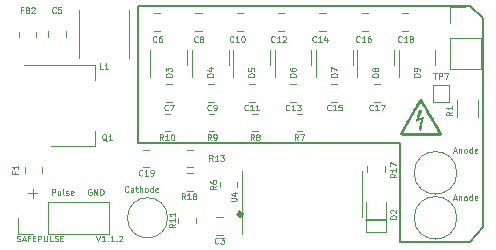
<source format=gto>
G04 #@! TF.GenerationSoftware,KiCad,Pcbnew,5.99.0-unknown-5a0a2a8366~101~ubuntu20.04.1*
G04 #@! TF.CreationDate,2021-02-21T23:03:29+09:00*
G04 #@! TF.ProjectId,OpenHVPS-5,4f70656e-4856-4505-932d-352e6b696361,V1.1*
G04 #@! TF.SameCoordinates,Original*
G04 #@! TF.FileFunction,Legend,Top*
G04 #@! TF.FilePolarity,Positive*
%FSLAX46Y46*%
G04 Gerber Fmt 4.6, Leading zero omitted, Abs format (unit mm)*
G04 Created by KiCad (PCBNEW 5.99.0-unknown-5a0a2a8366~101~ubuntu20.04.1) date 2021-02-21 23:03:29*
%MOMM*%
%LPD*%
G01*
G04 APERTURE LIST*
%ADD10C,0.325000*%
%ADD11C,0.150000*%
%ADD12C,0.075000*%
%ADD13C,0.100000*%
%ADD14C,0.120000*%
G04 APERTURE END LIST*
D10*
X146182500Y-75245000D02*
G75*
G03*
X146182500Y-75245000I-162500J0D01*
G01*
D11*
X137414000Y-69270000D02*
X159560000Y-69270000D01*
X158370000Y-75770000D02*
X156670000Y-75770000D01*
X159560000Y-69270000D02*
X159560000Y-77570000D01*
X159560000Y-77570000D02*
X165471000Y-77580787D01*
X137414000Y-69270000D02*
X137414000Y-57658000D01*
X166597000Y-76300000D02*
X165471000Y-77580787D01*
X166604000Y-58658000D02*
X166597000Y-76300000D01*
X165520000Y-57658000D02*
X137414000Y-57658000D01*
X165520000Y-57658000D02*
X166604000Y-58658000D01*
D12*
X127095809Y-77545380D02*
X127167238Y-77569190D01*
X127286285Y-77569190D01*
X127333904Y-77545380D01*
X127357714Y-77521571D01*
X127381523Y-77473952D01*
X127381523Y-77426333D01*
X127357714Y-77378714D01*
X127333904Y-77354904D01*
X127286285Y-77331095D01*
X127191047Y-77307285D01*
X127143428Y-77283476D01*
X127119619Y-77259666D01*
X127095809Y-77212047D01*
X127095809Y-77164428D01*
X127119619Y-77116809D01*
X127143428Y-77093000D01*
X127191047Y-77069190D01*
X127310095Y-77069190D01*
X127381523Y-77093000D01*
X127572000Y-77426333D02*
X127810095Y-77426333D01*
X127524380Y-77569190D02*
X127691047Y-77069190D01*
X127857714Y-77569190D01*
X128191047Y-77307285D02*
X128024380Y-77307285D01*
X128024380Y-77569190D02*
X128024380Y-77069190D01*
X128262476Y-77069190D01*
X128452952Y-77307285D02*
X128619619Y-77307285D01*
X128691047Y-77569190D02*
X128452952Y-77569190D01*
X128452952Y-77069190D01*
X128691047Y-77069190D01*
X128905333Y-77569190D02*
X128905333Y-77069190D01*
X129095809Y-77069190D01*
X129143428Y-77093000D01*
X129167238Y-77116809D01*
X129191047Y-77164428D01*
X129191047Y-77235857D01*
X129167238Y-77283476D01*
X129143428Y-77307285D01*
X129095809Y-77331095D01*
X128905333Y-77331095D01*
X129405333Y-77069190D02*
X129405333Y-77473952D01*
X129429142Y-77521571D01*
X129452952Y-77545380D01*
X129500571Y-77569190D01*
X129595809Y-77569190D01*
X129643428Y-77545380D01*
X129667238Y-77521571D01*
X129691047Y-77473952D01*
X129691047Y-77069190D01*
X130167238Y-77569190D02*
X129929142Y-77569190D01*
X129929142Y-77069190D01*
X130310095Y-77545380D02*
X130381523Y-77569190D01*
X130500571Y-77569190D01*
X130548190Y-77545380D01*
X130572000Y-77521571D01*
X130595809Y-77473952D01*
X130595809Y-77426333D01*
X130572000Y-77378714D01*
X130548190Y-77354904D01*
X130500571Y-77331095D01*
X130405333Y-77307285D01*
X130357714Y-77283476D01*
X130333904Y-77259666D01*
X130310095Y-77212047D01*
X130310095Y-77164428D01*
X130333904Y-77116809D01*
X130357714Y-77093000D01*
X130405333Y-77069190D01*
X130524380Y-77069190D01*
X130595809Y-77093000D01*
X130810095Y-77307285D02*
X130976761Y-77307285D01*
X131048190Y-77569190D02*
X130810095Y-77569190D01*
X130810095Y-77069190D01*
X131048190Y-77069190D01*
X133857714Y-77069190D02*
X134024380Y-77569190D01*
X134191047Y-77069190D01*
X134619619Y-77569190D02*
X134333904Y-77569190D01*
X134476761Y-77569190D02*
X134476761Y-77069190D01*
X134429142Y-77140619D01*
X134381523Y-77188238D01*
X134333904Y-77212047D01*
X134833904Y-77521571D02*
X134857714Y-77545380D01*
X134833904Y-77569190D01*
X134810095Y-77545380D01*
X134833904Y-77521571D01*
X134833904Y-77569190D01*
X135333904Y-77569190D02*
X135048190Y-77569190D01*
X135191047Y-77569190D02*
X135191047Y-77069190D01*
X135143428Y-77140619D01*
X135095809Y-77188238D01*
X135048190Y-77212047D01*
X135548190Y-77521571D02*
X135572000Y-77545380D01*
X135548190Y-77569190D01*
X135524380Y-77545380D01*
X135548190Y-77521571D01*
X135548190Y-77569190D01*
X135762476Y-77116809D02*
X135786285Y-77093000D01*
X135833904Y-77069190D01*
X135952952Y-77069190D01*
X136000571Y-77093000D01*
X136024380Y-77116809D01*
X136048190Y-77164428D01*
X136048190Y-77212047D01*
X136024380Y-77283476D01*
X135738666Y-77569190D01*
X136048190Y-77569190D01*
D13*
X128079047Y-73471428D02*
X128840952Y-73471428D01*
X128460000Y-73852380D02*
X128460000Y-73090476D01*
X130095238Y-73626190D02*
X130095238Y-73126190D01*
X130285714Y-73126190D01*
X130333333Y-73150000D01*
X130357142Y-73173809D01*
X130380952Y-73221428D01*
X130380952Y-73292857D01*
X130357142Y-73340476D01*
X130333333Y-73364285D01*
X130285714Y-73388095D01*
X130095238Y-73388095D01*
X130809523Y-73292857D02*
X130809523Y-73626190D01*
X130595238Y-73292857D02*
X130595238Y-73554761D01*
X130619047Y-73602380D01*
X130666666Y-73626190D01*
X130738095Y-73626190D01*
X130785714Y-73602380D01*
X130809523Y-73578571D01*
X131119047Y-73626190D02*
X131071428Y-73602380D01*
X131047619Y-73554761D01*
X131047619Y-73126190D01*
X131285714Y-73602380D02*
X131333333Y-73626190D01*
X131428571Y-73626190D01*
X131476190Y-73602380D01*
X131500000Y-73554761D01*
X131500000Y-73530952D01*
X131476190Y-73483333D01*
X131428571Y-73459523D01*
X131357142Y-73459523D01*
X131309523Y-73435714D01*
X131285714Y-73388095D01*
X131285714Y-73364285D01*
X131309523Y-73316666D01*
X131357142Y-73292857D01*
X131428571Y-73292857D01*
X131476190Y-73316666D01*
X131904761Y-73602380D02*
X131857142Y-73626190D01*
X131761904Y-73626190D01*
X131714285Y-73602380D01*
X131690476Y-73554761D01*
X131690476Y-73364285D01*
X131714285Y-73316666D01*
X131761904Y-73292857D01*
X131857142Y-73292857D01*
X131904761Y-73316666D01*
X131928571Y-73364285D01*
X131928571Y-73411904D01*
X131690476Y-73459523D01*
X133413047Y-73150000D02*
X133365428Y-73126190D01*
X133294000Y-73126190D01*
X133222571Y-73150000D01*
X133174952Y-73197619D01*
X133151142Y-73245238D01*
X133127333Y-73340476D01*
X133127333Y-73411904D01*
X133151142Y-73507142D01*
X133174952Y-73554761D01*
X133222571Y-73602380D01*
X133294000Y-73626190D01*
X133341619Y-73626190D01*
X133413047Y-73602380D01*
X133436857Y-73578571D01*
X133436857Y-73411904D01*
X133341619Y-73411904D01*
X133651142Y-73626190D02*
X133651142Y-73126190D01*
X133936857Y-73626190D01*
X133936857Y-73126190D01*
X134174952Y-73626190D02*
X134174952Y-73126190D01*
X134294000Y-73126190D01*
X134365428Y-73150000D01*
X134413047Y-73197619D01*
X134436857Y-73245238D01*
X134460666Y-73340476D01*
X134460666Y-73411904D01*
X134436857Y-73507142D01*
X134413047Y-73554761D01*
X134365428Y-73602380D01*
X134294000Y-73626190D01*
X134174952Y-73626190D01*
D12*
X126964285Y-71667666D02*
X126964285Y-71834333D01*
X127226190Y-71834333D02*
X126726190Y-71834333D01*
X126726190Y-71596238D01*
X127226190Y-71143857D02*
X127226190Y-71429571D01*
X127226190Y-71286714D02*
X126726190Y-71286714D01*
X126797619Y-71334333D01*
X126845238Y-71381952D01*
X126869047Y-71429571D01*
X145448571Y-60630571D02*
X145424761Y-60654380D01*
X145353333Y-60678190D01*
X145305714Y-60678190D01*
X145234285Y-60654380D01*
X145186666Y-60606761D01*
X145162857Y-60559142D01*
X145139047Y-60463904D01*
X145139047Y-60392476D01*
X145162857Y-60297238D01*
X145186666Y-60249619D01*
X145234285Y-60202000D01*
X145305714Y-60178190D01*
X145353333Y-60178190D01*
X145424761Y-60202000D01*
X145448571Y-60225809D01*
X145924761Y-60678190D02*
X145639047Y-60678190D01*
X145781904Y-60678190D02*
X145781904Y-60178190D01*
X145734285Y-60249619D01*
X145686666Y-60297238D01*
X145639047Y-60321047D01*
X146234285Y-60178190D02*
X146281904Y-60178190D01*
X146329523Y-60202000D01*
X146353333Y-60225809D01*
X146377142Y-60273428D01*
X146400952Y-60368666D01*
X146400952Y-60487714D01*
X146377142Y-60582952D01*
X146353333Y-60630571D01*
X146329523Y-60654380D01*
X146281904Y-60678190D01*
X146234285Y-60678190D01*
X146186666Y-60654380D01*
X146162857Y-60630571D01*
X146139047Y-60582952D01*
X146115238Y-60487714D01*
X146115238Y-60368666D01*
X146139047Y-60273428D01*
X146162857Y-60225809D01*
X146186666Y-60202000D01*
X146234285Y-60178190D01*
X164088095Y-69933333D02*
X164326190Y-69933333D01*
X164040476Y-70076190D02*
X164207142Y-69576190D01*
X164373809Y-70076190D01*
X164540476Y-69742857D02*
X164540476Y-70076190D01*
X164540476Y-69790476D02*
X164564285Y-69766666D01*
X164611904Y-69742857D01*
X164683333Y-69742857D01*
X164730952Y-69766666D01*
X164754761Y-69814285D01*
X164754761Y-70076190D01*
X165064285Y-70076190D02*
X165016666Y-70052380D01*
X164992857Y-70028571D01*
X164969047Y-69980952D01*
X164969047Y-69838095D01*
X164992857Y-69790476D01*
X165016666Y-69766666D01*
X165064285Y-69742857D01*
X165135714Y-69742857D01*
X165183333Y-69766666D01*
X165207142Y-69790476D01*
X165230952Y-69838095D01*
X165230952Y-69980952D01*
X165207142Y-70028571D01*
X165183333Y-70052380D01*
X165135714Y-70076190D01*
X165064285Y-70076190D01*
X165659523Y-70076190D02*
X165659523Y-69576190D01*
X165659523Y-70052380D02*
X165611904Y-70076190D01*
X165516666Y-70076190D01*
X165469047Y-70052380D01*
X165445238Y-70028571D01*
X165421428Y-69980952D01*
X165421428Y-69838095D01*
X165445238Y-69790476D01*
X165469047Y-69766666D01*
X165516666Y-69742857D01*
X165611904Y-69742857D01*
X165659523Y-69766666D01*
X166088095Y-70052380D02*
X166040476Y-70076190D01*
X165945238Y-70076190D01*
X165897619Y-70052380D01*
X165873809Y-70004761D01*
X165873809Y-69814285D01*
X165897619Y-69766666D01*
X165945238Y-69742857D01*
X166040476Y-69742857D01*
X166088095Y-69766666D01*
X166111904Y-69814285D01*
X166111904Y-69861904D01*
X165873809Y-69909523D01*
X164088095Y-73934333D02*
X164326190Y-73934333D01*
X164040476Y-74077190D02*
X164207142Y-73577190D01*
X164373809Y-74077190D01*
X164540476Y-73743857D02*
X164540476Y-74077190D01*
X164540476Y-73791476D02*
X164564285Y-73767666D01*
X164611904Y-73743857D01*
X164683333Y-73743857D01*
X164730952Y-73767666D01*
X164754761Y-73815285D01*
X164754761Y-74077190D01*
X165064285Y-74077190D02*
X165016666Y-74053380D01*
X164992857Y-74029571D01*
X164969047Y-73981952D01*
X164969047Y-73839095D01*
X164992857Y-73791476D01*
X165016666Y-73767666D01*
X165064285Y-73743857D01*
X165135714Y-73743857D01*
X165183333Y-73767666D01*
X165207142Y-73791476D01*
X165230952Y-73839095D01*
X165230952Y-73981952D01*
X165207142Y-74029571D01*
X165183333Y-74053380D01*
X165135714Y-74077190D01*
X165064285Y-74077190D01*
X165659523Y-74077190D02*
X165659523Y-73577190D01*
X165659523Y-74053380D02*
X165611904Y-74077190D01*
X165516666Y-74077190D01*
X165469047Y-74053380D01*
X165445238Y-74029571D01*
X165421428Y-73981952D01*
X165421428Y-73839095D01*
X165445238Y-73791476D01*
X165469047Y-73767666D01*
X165516666Y-73743857D01*
X165611904Y-73743857D01*
X165659523Y-73767666D01*
X166088095Y-74053380D02*
X166040476Y-74077190D01*
X165945238Y-74077190D01*
X165897619Y-74053380D01*
X165873809Y-74005761D01*
X165873809Y-73815285D01*
X165897619Y-73767666D01*
X165945238Y-73743857D01*
X166040476Y-73743857D01*
X166088095Y-73767666D01*
X166111904Y-73815285D01*
X166111904Y-73862904D01*
X165873809Y-73910523D01*
X157726190Y-63619047D02*
X157226190Y-63619047D01*
X157226190Y-63500000D01*
X157250000Y-63428571D01*
X157297619Y-63380952D01*
X157345238Y-63357142D01*
X157440476Y-63333333D01*
X157511904Y-63333333D01*
X157607142Y-63357142D01*
X157654761Y-63380952D01*
X157702380Y-63428571D01*
X157726190Y-63500000D01*
X157726190Y-63619047D01*
X157440476Y-63047619D02*
X157416666Y-63095238D01*
X157392857Y-63119047D01*
X157345238Y-63142857D01*
X157321428Y-63142857D01*
X157273809Y-63119047D01*
X157250000Y-63095238D01*
X157226190Y-63047619D01*
X157226190Y-62952380D01*
X157250000Y-62904761D01*
X157273809Y-62880952D01*
X157321428Y-62857142D01*
X157345238Y-62857142D01*
X157392857Y-62880952D01*
X157416666Y-62904761D01*
X157440476Y-62952380D01*
X157440476Y-63047619D01*
X157464285Y-63095238D01*
X157488095Y-63119047D01*
X157535714Y-63142857D01*
X157630952Y-63142857D01*
X157678571Y-63119047D01*
X157702380Y-63095238D01*
X157726190Y-63047619D01*
X157726190Y-62952380D01*
X157702380Y-62904761D01*
X157678571Y-62880952D01*
X157630952Y-62857142D01*
X157535714Y-62857142D01*
X157488095Y-62880952D01*
X157464285Y-62904761D01*
X157440476Y-62952380D01*
X143726190Y-63619047D02*
X143226190Y-63619047D01*
X143226190Y-63500000D01*
X143250000Y-63428571D01*
X143297619Y-63380952D01*
X143345238Y-63357142D01*
X143440476Y-63333333D01*
X143511904Y-63333333D01*
X143607142Y-63357142D01*
X143654761Y-63380952D01*
X143702380Y-63428571D01*
X143726190Y-63500000D01*
X143726190Y-63619047D01*
X143392857Y-62904761D02*
X143726190Y-62904761D01*
X143202380Y-63023809D02*
X143559523Y-63142857D01*
X143559523Y-62833333D01*
X159246190Y-71841428D02*
X159008095Y-72008095D01*
X159246190Y-72127142D02*
X158746190Y-72127142D01*
X158746190Y-71936666D01*
X158770000Y-71889047D01*
X158793809Y-71865238D01*
X158841428Y-71841428D01*
X158912857Y-71841428D01*
X158960476Y-71865238D01*
X158984285Y-71889047D01*
X159008095Y-71936666D01*
X159008095Y-72127142D01*
X159246190Y-71365238D02*
X159246190Y-71650952D01*
X159246190Y-71508095D02*
X158746190Y-71508095D01*
X158817619Y-71555714D01*
X158865238Y-71603333D01*
X158889047Y-71650952D01*
X158746190Y-71198571D02*
X158746190Y-70865238D01*
X159246190Y-71079523D01*
X152448571Y-60630571D02*
X152424761Y-60654380D01*
X152353333Y-60678190D01*
X152305714Y-60678190D01*
X152234285Y-60654380D01*
X152186666Y-60606761D01*
X152162857Y-60559142D01*
X152139047Y-60463904D01*
X152139047Y-60392476D01*
X152162857Y-60297238D01*
X152186666Y-60249619D01*
X152234285Y-60202000D01*
X152305714Y-60178190D01*
X152353333Y-60178190D01*
X152424761Y-60202000D01*
X152448571Y-60225809D01*
X152924761Y-60678190D02*
X152639047Y-60678190D01*
X152781904Y-60678190D02*
X152781904Y-60178190D01*
X152734285Y-60249619D01*
X152686666Y-60297238D01*
X152639047Y-60321047D01*
X153353333Y-60344857D02*
X153353333Y-60678190D01*
X153234285Y-60154380D02*
X153115238Y-60511523D01*
X153424761Y-60511523D01*
X140226190Y-63619047D02*
X139726190Y-63619047D01*
X139726190Y-63500000D01*
X139750000Y-63428571D01*
X139797619Y-63380952D01*
X139845238Y-63357142D01*
X139940476Y-63333333D01*
X140011904Y-63333333D01*
X140107142Y-63357142D01*
X140154761Y-63380952D01*
X140202380Y-63428571D01*
X140226190Y-63500000D01*
X140226190Y-63619047D01*
X139726190Y-63166666D02*
X139726190Y-62857142D01*
X139916666Y-63023809D01*
X139916666Y-62952380D01*
X139940476Y-62904761D01*
X139964285Y-62880952D01*
X140011904Y-62857142D01*
X140130952Y-62857142D01*
X140178571Y-62880952D01*
X140202380Y-62904761D01*
X140226190Y-62952380D01*
X140226190Y-63095238D01*
X140202380Y-63142857D01*
X140178571Y-63166666D01*
X147186666Y-68996190D02*
X147020000Y-68758095D01*
X146900952Y-68996190D02*
X146900952Y-68496190D01*
X147091428Y-68496190D01*
X147139047Y-68520000D01*
X147162857Y-68543809D01*
X147186666Y-68591428D01*
X147186666Y-68662857D01*
X147162857Y-68710476D01*
X147139047Y-68734285D01*
X147091428Y-68758095D01*
X146900952Y-68758095D01*
X147472380Y-68710476D02*
X147424761Y-68686666D01*
X147400952Y-68662857D01*
X147377142Y-68615238D01*
X147377142Y-68591428D01*
X147400952Y-68543809D01*
X147424761Y-68520000D01*
X147472380Y-68496190D01*
X147567619Y-68496190D01*
X147615238Y-68520000D01*
X147639047Y-68543809D01*
X147662857Y-68591428D01*
X147662857Y-68615238D01*
X147639047Y-68662857D01*
X147615238Y-68686666D01*
X147567619Y-68710476D01*
X147472380Y-68710476D01*
X147424761Y-68734285D01*
X147400952Y-68758095D01*
X147377142Y-68805714D01*
X147377142Y-68900952D01*
X147400952Y-68948571D01*
X147424761Y-68972380D01*
X147472380Y-68996190D01*
X147567619Y-68996190D01*
X147615238Y-68972380D01*
X147639047Y-68948571D01*
X147662857Y-68900952D01*
X147662857Y-68805714D01*
X147639047Y-68758095D01*
X147615238Y-68734285D01*
X147567619Y-68710476D01*
X148948571Y-60630571D02*
X148924761Y-60654380D01*
X148853333Y-60678190D01*
X148805714Y-60678190D01*
X148734285Y-60654380D01*
X148686666Y-60606761D01*
X148662857Y-60559142D01*
X148639047Y-60463904D01*
X148639047Y-60392476D01*
X148662857Y-60297238D01*
X148686666Y-60249619D01*
X148734285Y-60202000D01*
X148805714Y-60178190D01*
X148853333Y-60178190D01*
X148924761Y-60202000D01*
X148948571Y-60225809D01*
X149424761Y-60678190D02*
X149139047Y-60678190D01*
X149281904Y-60678190D02*
X149281904Y-60178190D01*
X149234285Y-60249619D01*
X149186666Y-60297238D01*
X149139047Y-60321047D01*
X149615238Y-60225809D02*
X149639047Y-60202000D01*
X149686666Y-60178190D01*
X149805714Y-60178190D01*
X149853333Y-60202000D01*
X149877142Y-60225809D01*
X149900952Y-60273428D01*
X149900952Y-60321047D01*
X149877142Y-60392476D01*
X149591428Y-60678190D01*
X149900952Y-60678190D01*
X150936666Y-68996190D02*
X150770000Y-68758095D01*
X150650952Y-68996190D02*
X150650952Y-68496190D01*
X150841428Y-68496190D01*
X150889047Y-68520000D01*
X150912857Y-68543809D01*
X150936666Y-68591428D01*
X150936666Y-68662857D01*
X150912857Y-68710476D01*
X150889047Y-68734285D01*
X150841428Y-68758095D01*
X150650952Y-68758095D01*
X151103333Y-68496190D02*
X151436666Y-68496190D01*
X151222380Y-68996190D01*
X143996190Y-72853333D02*
X143758095Y-73020000D01*
X143996190Y-73139047D02*
X143496190Y-73139047D01*
X143496190Y-72948571D01*
X143520000Y-72900952D01*
X143543809Y-72877142D01*
X143591428Y-72853333D01*
X143662857Y-72853333D01*
X143710476Y-72877142D01*
X143734285Y-72900952D01*
X143758095Y-72948571D01*
X143758095Y-73139047D01*
X143496190Y-72424761D02*
X143496190Y-72520000D01*
X143520000Y-72567619D01*
X143543809Y-72591428D01*
X143615238Y-72639047D01*
X143710476Y-72662857D01*
X143900952Y-72662857D01*
X143948571Y-72639047D01*
X143972380Y-72615238D01*
X143996190Y-72567619D01*
X143996190Y-72472380D01*
X143972380Y-72424761D01*
X143948571Y-72400952D01*
X143900952Y-72377142D01*
X143781904Y-72377142D01*
X143734285Y-72400952D01*
X143710476Y-72424761D01*
X143686666Y-72472380D01*
X143686666Y-72567619D01*
X143710476Y-72615238D01*
X143734285Y-72639047D01*
X143781904Y-72662857D01*
X150726190Y-63619047D02*
X150226190Y-63619047D01*
X150226190Y-63500000D01*
X150250000Y-63428571D01*
X150297619Y-63380952D01*
X150345238Y-63357142D01*
X150440476Y-63333333D01*
X150511904Y-63333333D01*
X150607142Y-63357142D01*
X150654761Y-63380952D01*
X150702380Y-63428571D01*
X150726190Y-63500000D01*
X150726190Y-63619047D01*
X150226190Y-62904761D02*
X150226190Y-63000000D01*
X150250000Y-63047619D01*
X150273809Y-63071428D01*
X150345238Y-63119047D01*
X150440476Y-63142857D01*
X150630952Y-63142857D01*
X150678571Y-63119047D01*
X150702380Y-63095238D01*
X150726190Y-63047619D01*
X150726190Y-62952380D01*
X150702380Y-62904761D01*
X150678571Y-62880952D01*
X150630952Y-62857142D01*
X150511904Y-62857142D01*
X150464285Y-62880952D01*
X150440476Y-62904761D01*
X150416666Y-62952380D01*
X150416666Y-63047619D01*
X150440476Y-63095238D01*
X150464285Y-63119047D01*
X150511904Y-63142857D01*
X136560857Y-73330571D02*
X136537047Y-73354380D01*
X136465619Y-73378190D01*
X136418000Y-73378190D01*
X136346571Y-73354380D01*
X136298952Y-73306761D01*
X136275142Y-73259142D01*
X136251333Y-73163904D01*
X136251333Y-73092476D01*
X136275142Y-72997238D01*
X136298952Y-72949619D01*
X136346571Y-72902000D01*
X136418000Y-72878190D01*
X136465619Y-72878190D01*
X136537047Y-72902000D01*
X136560857Y-72925809D01*
X136989428Y-73378190D02*
X136989428Y-73116285D01*
X136965619Y-73068666D01*
X136918000Y-73044857D01*
X136822761Y-73044857D01*
X136775142Y-73068666D01*
X136989428Y-73354380D02*
X136941809Y-73378190D01*
X136822761Y-73378190D01*
X136775142Y-73354380D01*
X136751333Y-73306761D01*
X136751333Y-73259142D01*
X136775142Y-73211523D01*
X136822761Y-73187714D01*
X136941809Y-73187714D01*
X136989428Y-73163904D01*
X137156095Y-73044857D02*
X137346571Y-73044857D01*
X137227523Y-72878190D02*
X137227523Y-73306761D01*
X137251333Y-73354380D01*
X137298952Y-73378190D01*
X137346571Y-73378190D01*
X137513238Y-73378190D02*
X137513238Y-72878190D01*
X137727523Y-73378190D02*
X137727523Y-73116285D01*
X137703714Y-73068666D01*
X137656095Y-73044857D01*
X137584666Y-73044857D01*
X137537047Y-73068666D01*
X137513238Y-73092476D01*
X138037047Y-73378190D02*
X137989428Y-73354380D01*
X137965619Y-73330571D01*
X137941809Y-73282952D01*
X137941809Y-73140095D01*
X137965619Y-73092476D01*
X137989428Y-73068666D01*
X138037047Y-73044857D01*
X138108476Y-73044857D01*
X138156095Y-73068666D01*
X138179904Y-73092476D01*
X138203714Y-73140095D01*
X138203714Y-73282952D01*
X138179904Y-73330571D01*
X138156095Y-73354380D01*
X138108476Y-73378190D01*
X138037047Y-73378190D01*
X138632285Y-73378190D02*
X138632285Y-72878190D01*
X138632285Y-73354380D02*
X138584666Y-73378190D01*
X138489428Y-73378190D01*
X138441809Y-73354380D01*
X138418000Y-73330571D01*
X138394190Y-73282952D01*
X138394190Y-73140095D01*
X138418000Y-73092476D01*
X138441809Y-73068666D01*
X138489428Y-73044857D01*
X138584666Y-73044857D01*
X138632285Y-73068666D01*
X139060857Y-73354380D02*
X139013238Y-73378190D01*
X138918000Y-73378190D01*
X138870380Y-73354380D01*
X138846571Y-73306761D01*
X138846571Y-73116285D01*
X138870380Y-73068666D01*
X138918000Y-73044857D01*
X139013238Y-73044857D01*
X139060857Y-73068666D01*
X139084666Y-73116285D01*
X139084666Y-73163904D01*
X138846571Y-73211523D01*
X154226190Y-63619047D02*
X153726190Y-63619047D01*
X153726190Y-63500000D01*
X153750000Y-63428571D01*
X153797619Y-63380952D01*
X153845238Y-63357142D01*
X153940476Y-63333333D01*
X154011904Y-63333333D01*
X154107142Y-63357142D01*
X154154761Y-63380952D01*
X154202380Y-63428571D01*
X154226190Y-63500000D01*
X154226190Y-63619047D01*
X153726190Y-63166666D02*
X153726190Y-62833333D01*
X154226190Y-63047619D01*
X130416666Y-58178571D02*
X130392857Y-58202380D01*
X130321428Y-58226190D01*
X130273809Y-58226190D01*
X130202380Y-58202380D01*
X130154761Y-58154761D01*
X130130952Y-58107142D01*
X130107142Y-58011904D01*
X130107142Y-57940476D01*
X130130952Y-57845238D01*
X130154761Y-57797619D01*
X130202380Y-57750000D01*
X130273809Y-57726190D01*
X130321428Y-57726190D01*
X130392857Y-57750000D01*
X130416666Y-57773809D01*
X130869047Y-57726190D02*
X130630952Y-57726190D01*
X130607142Y-57964285D01*
X130630952Y-57940476D01*
X130678571Y-57916666D01*
X130797619Y-57916666D01*
X130845238Y-57940476D01*
X130869047Y-57964285D01*
X130892857Y-58011904D01*
X130892857Y-58130952D01*
X130869047Y-58178571D01*
X130845238Y-58202380D01*
X130797619Y-58226190D01*
X130678571Y-58226190D01*
X130630952Y-58202380D01*
X130607142Y-58178571D01*
X153678571Y-66428571D02*
X153654761Y-66452380D01*
X153583333Y-66476190D01*
X153535714Y-66476190D01*
X153464285Y-66452380D01*
X153416666Y-66404761D01*
X153392857Y-66357142D01*
X153369047Y-66261904D01*
X153369047Y-66190476D01*
X153392857Y-66095238D01*
X153416666Y-66047619D01*
X153464285Y-66000000D01*
X153535714Y-65976190D01*
X153583333Y-65976190D01*
X153654761Y-66000000D01*
X153678571Y-66023809D01*
X154154761Y-66476190D02*
X153869047Y-66476190D01*
X154011904Y-66476190D02*
X154011904Y-65976190D01*
X153964285Y-66047619D01*
X153916666Y-66095238D01*
X153869047Y-66119047D01*
X154607142Y-65976190D02*
X154369047Y-65976190D01*
X154345238Y-66214285D01*
X154369047Y-66190476D01*
X154416666Y-66166666D01*
X154535714Y-66166666D01*
X154583333Y-66190476D01*
X154607142Y-66214285D01*
X154630952Y-66261904D01*
X154630952Y-66380952D01*
X154607142Y-66428571D01*
X154583333Y-66452380D01*
X154535714Y-66476190D01*
X154416666Y-66476190D01*
X154369047Y-66452380D01*
X154345238Y-66428571D01*
X163976190Y-66583333D02*
X163738095Y-66750000D01*
X163976190Y-66869047D02*
X163476190Y-66869047D01*
X163476190Y-66678571D01*
X163500000Y-66630952D01*
X163523809Y-66607142D01*
X163571428Y-66583333D01*
X163642857Y-66583333D01*
X163690476Y-66607142D01*
X163714285Y-66630952D01*
X163738095Y-66678571D01*
X163738095Y-66869047D01*
X163976190Y-66107142D02*
X163976190Y-66392857D01*
X163976190Y-66250000D02*
X163476190Y-66250000D01*
X163547619Y-66297619D01*
X163595238Y-66345238D01*
X163619047Y-66392857D01*
X138936666Y-60630571D02*
X138912857Y-60654380D01*
X138841428Y-60678190D01*
X138793809Y-60678190D01*
X138722380Y-60654380D01*
X138674761Y-60606761D01*
X138650952Y-60559142D01*
X138627142Y-60463904D01*
X138627142Y-60392476D01*
X138650952Y-60297238D01*
X138674761Y-60249619D01*
X138722380Y-60202000D01*
X138793809Y-60178190D01*
X138841428Y-60178190D01*
X138912857Y-60202000D01*
X138936666Y-60225809D01*
X139365238Y-60178190D02*
X139270000Y-60178190D01*
X139222380Y-60202000D01*
X139198571Y-60225809D01*
X139150952Y-60297238D01*
X139127142Y-60392476D01*
X139127142Y-60582952D01*
X139150952Y-60630571D01*
X139174761Y-60654380D01*
X139222380Y-60678190D01*
X139317619Y-60678190D01*
X139365238Y-60654380D01*
X139389047Y-60630571D01*
X139412857Y-60582952D01*
X139412857Y-60463904D01*
X139389047Y-60416285D01*
X139365238Y-60392476D01*
X139317619Y-60368666D01*
X139222380Y-60368666D01*
X139174761Y-60392476D01*
X139150952Y-60416285D01*
X139127142Y-60463904D01*
X141360571Y-73996190D02*
X141193904Y-73758095D01*
X141074857Y-73996190D02*
X141074857Y-73496190D01*
X141265333Y-73496190D01*
X141312952Y-73520000D01*
X141336761Y-73543809D01*
X141360571Y-73591428D01*
X141360571Y-73662857D01*
X141336761Y-73710476D01*
X141312952Y-73734285D01*
X141265333Y-73758095D01*
X141074857Y-73758095D01*
X141836761Y-73996190D02*
X141551047Y-73996190D01*
X141693904Y-73996190D02*
X141693904Y-73496190D01*
X141646285Y-73567619D01*
X141598666Y-73615238D01*
X141551047Y-73639047D01*
X142122476Y-73710476D02*
X142074857Y-73686666D01*
X142051047Y-73662857D01*
X142027238Y-73615238D01*
X142027238Y-73591428D01*
X142051047Y-73543809D01*
X142074857Y-73520000D01*
X142122476Y-73496190D01*
X142217714Y-73496190D01*
X142265333Y-73520000D01*
X142289142Y-73543809D01*
X142312952Y-73591428D01*
X142312952Y-73615238D01*
X142289142Y-73662857D01*
X142265333Y-73686666D01*
X142217714Y-73710476D01*
X142122476Y-73710476D01*
X142074857Y-73734285D01*
X142051047Y-73758095D01*
X142027238Y-73805714D01*
X142027238Y-73900952D01*
X142051047Y-73948571D01*
X142074857Y-73972380D01*
X142122476Y-73996190D01*
X142217714Y-73996190D01*
X142265333Y-73972380D01*
X142289142Y-73948571D01*
X142312952Y-73900952D01*
X142312952Y-73805714D01*
X142289142Y-73758095D01*
X142265333Y-73734285D01*
X142217714Y-73710476D01*
X139916666Y-66428571D02*
X139892857Y-66452380D01*
X139821428Y-66476190D01*
X139773809Y-66476190D01*
X139702380Y-66452380D01*
X139654761Y-66404761D01*
X139630952Y-66357142D01*
X139607142Y-66261904D01*
X139607142Y-66190476D01*
X139630952Y-66095238D01*
X139654761Y-66047619D01*
X139702380Y-66000000D01*
X139773809Y-65976190D01*
X139821428Y-65976190D01*
X139892857Y-66000000D01*
X139916666Y-66023809D01*
X140083333Y-65976190D02*
X140416666Y-65976190D01*
X140202380Y-66476190D01*
X150178571Y-66428571D02*
X150154761Y-66452380D01*
X150083333Y-66476190D01*
X150035714Y-66476190D01*
X149964285Y-66452380D01*
X149916666Y-66404761D01*
X149892857Y-66357142D01*
X149869047Y-66261904D01*
X149869047Y-66190476D01*
X149892857Y-66095238D01*
X149916666Y-66047619D01*
X149964285Y-66000000D01*
X150035714Y-65976190D01*
X150083333Y-65976190D01*
X150154761Y-66000000D01*
X150178571Y-66023809D01*
X150654761Y-66476190D02*
X150369047Y-66476190D01*
X150511904Y-66476190D02*
X150511904Y-65976190D01*
X150464285Y-66047619D01*
X150416666Y-66095238D01*
X150369047Y-66119047D01*
X150821428Y-65976190D02*
X151130952Y-65976190D01*
X150964285Y-66166666D01*
X151035714Y-66166666D01*
X151083333Y-66190476D01*
X151107142Y-66214285D01*
X151130952Y-66261904D01*
X151130952Y-66380952D01*
X151107142Y-66428571D01*
X151083333Y-66452380D01*
X151035714Y-66476190D01*
X150892857Y-66476190D01*
X150845238Y-66452380D01*
X150821428Y-66428571D01*
X146678571Y-66428571D02*
X146654761Y-66452380D01*
X146583333Y-66476190D01*
X146535714Y-66476190D01*
X146464285Y-66452380D01*
X146416666Y-66404761D01*
X146392857Y-66357142D01*
X146369047Y-66261904D01*
X146369047Y-66190476D01*
X146392857Y-66095238D01*
X146416666Y-66047619D01*
X146464285Y-66000000D01*
X146535714Y-65976190D01*
X146583333Y-65976190D01*
X146654761Y-66000000D01*
X146678571Y-66023809D01*
X147154761Y-66476190D02*
X146869047Y-66476190D01*
X147011904Y-66476190D02*
X147011904Y-65976190D01*
X146964285Y-66047619D01*
X146916666Y-66095238D01*
X146869047Y-66119047D01*
X147630952Y-66476190D02*
X147345238Y-66476190D01*
X147488095Y-66476190D02*
X147488095Y-65976190D01*
X147440476Y-66047619D01*
X147392857Y-66095238D01*
X147345238Y-66119047D01*
X134416666Y-62976190D02*
X134178571Y-62976190D01*
X134178571Y-62476190D01*
X134845238Y-62976190D02*
X134559523Y-62976190D01*
X134702380Y-62976190D02*
X134702380Y-62476190D01*
X134654761Y-62547619D01*
X134607142Y-62595238D01*
X134559523Y-62619047D01*
X140496190Y-76091428D02*
X140258095Y-76258095D01*
X140496190Y-76377142D02*
X139996190Y-76377142D01*
X139996190Y-76186666D01*
X140020000Y-76139047D01*
X140043809Y-76115238D01*
X140091428Y-76091428D01*
X140162857Y-76091428D01*
X140210476Y-76115238D01*
X140234285Y-76139047D01*
X140258095Y-76186666D01*
X140258095Y-76377142D01*
X140496190Y-75615238D02*
X140496190Y-75900952D01*
X140496190Y-75758095D02*
X139996190Y-75758095D01*
X140067619Y-75805714D01*
X140115238Y-75853333D01*
X140139047Y-75900952D01*
X140496190Y-75139047D02*
X140496190Y-75424761D01*
X140496190Y-75281904D02*
X139996190Y-75281904D01*
X140067619Y-75329523D01*
X140115238Y-75377142D01*
X140139047Y-75424761D01*
X139505571Y-68996190D02*
X139338904Y-68758095D01*
X139219857Y-68996190D02*
X139219857Y-68496190D01*
X139410333Y-68496190D01*
X139457952Y-68520000D01*
X139481761Y-68543809D01*
X139505571Y-68591428D01*
X139505571Y-68662857D01*
X139481761Y-68710476D01*
X139457952Y-68734285D01*
X139410333Y-68758095D01*
X139219857Y-68758095D01*
X139981761Y-68996190D02*
X139696047Y-68996190D01*
X139838904Y-68996190D02*
X139838904Y-68496190D01*
X139791285Y-68567619D01*
X139743666Y-68615238D01*
X139696047Y-68639047D01*
X140291285Y-68496190D02*
X140338904Y-68496190D01*
X140386523Y-68520000D01*
X140410333Y-68543809D01*
X140434142Y-68591428D01*
X140457952Y-68686666D01*
X140457952Y-68805714D01*
X140434142Y-68900952D01*
X140410333Y-68948571D01*
X140386523Y-68972380D01*
X140338904Y-68996190D01*
X140291285Y-68996190D01*
X140243666Y-68972380D01*
X140219857Y-68948571D01*
X140196047Y-68900952D01*
X140172238Y-68805714D01*
X140172238Y-68686666D01*
X140196047Y-68591428D01*
X140219857Y-68543809D01*
X140243666Y-68520000D01*
X140291285Y-68496190D01*
X157266571Y-66428571D02*
X157242761Y-66452380D01*
X157171333Y-66476190D01*
X157123714Y-66476190D01*
X157052285Y-66452380D01*
X157004666Y-66404761D01*
X156980857Y-66357142D01*
X156957047Y-66261904D01*
X156957047Y-66190476D01*
X156980857Y-66095238D01*
X157004666Y-66047619D01*
X157052285Y-66000000D01*
X157123714Y-65976190D01*
X157171333Y-65976190D01*
X157242761Y-66000000D01*
X157266571Y-66023809D01*
X157742761Y-66476190D02*
X157457047Y-66476190D01*
X157599904Y-66476190D02*
X157599904Y-65976190D01*
X157552285Y-66047619D01*
X157504666Y-66095238D01*
X157457047Y-66119047D01*
X157909428Y-65976190D02*
X158242761Y-65976190D01*
X158028476Y-66476190D01*
X127603333Y-57984285D02*
X127436666Y-57984285D01*
X127436666Y-58246190D02*
X127436666Y-57746190D01*
X127674761Y-57746190D01*
X128031904Y-57984285D02*
X128103333Y-58008095D01*
X128127142Y-58031904D01*
X128150952Y-58079523D01*
X128150952Y-58150952D01*
X128127142Y-58198571D01*
X128103333Y-58222380D01*
X128055714Y-58246190D01*
X127865238Y-58246190D01*
X127865238Y-57746190D01*
X128031904Y-57746190D01*
X128079523Y-57770000D01*
X128103333Y-57793809D01*
X128127142Y-57841428D01*
X128127142Y-57889047D01*
X128103333Y-57936666D01*
X128079523Y-57960476D01*
X128031904Y-57984285D01*
X127865238Y-57984285D01*
X128341428Y-57793809D02*
X128365238Y-57770000D01*
X128412857Y-57746190D01*
X128531904Y-57746190D01*
X128579523Y-57770000D01*
X128603333Y-57793809D01*
X128627142Y-57841428D01*
X128627142Y-57889047D01*
X128603333Y-57960476D01*
X128317619Y-58246190D01*
X128627142Y-58246190D01*
X143553666Y-68996190D02*
X143387000Y-68758095D01*
X143267952Y-68996190D02*
X143267952Y-68496190D01*
X143458428Y-68496190D01*
X143506047Y-68520000D01*
X143529857Y-68543809D01*
X143553666Y-68591428D01*
X143553666Y-68662857D01*
X143529857Y-68710476D01*
X143506047Y-68734285D01*
X143458428Y-68758095D01*
X143267952Y-68758095D01*
X143791761Y-68996190D02*
X143887000Y-68996190D01*
X143934619Y-68972380D01*
X143958428Y-68948571D01*
X144006047Y-68877142D01*
X144029857Y-68781904D01*
X144029857Y-68591428D01*
X144006047Y-68543809D01*
X143982238Y-68520000D01*
X143934619Y-68496190D01*
X143839380Y-68496190D01*
X143791761Y-68520000D01*
X143767952Y-68543809D01*
X143744142Y-68591428D01*
X143744142Y-68710476D01*
X143767952Y-68758095D01*
X143791761Y-68781904D01*
X143839380Y-68805714D01*
X143934619Y-68805714D01*
X143982238Y-68781904D01*
X144006047Y-68758095D01*
X144029857Y-68710476D01*
X156142571Y-60630571D02*
X156118761Y-60654380D01*
X156047333Y-60678190D01*
X155999714Y-60678190D01*
X155928285Y-60654380D01*
X155880666Y-60606761D01*
X155856857Y-60559142D01*
X155833047Y-60463904D01*
X155833047Y-60392476D01*
X155856857Y-60297238D01*
X155880666Y-60249619D01*
X155928285Y-60202000D01*
X155999714Y-60178190D01*
X156047333Y-60178190D01*
X156118761Y-60202000D01*
X156142571Y-60225809D01*
X156618761Y-60678190D02*
X156333047Y-60678190D01*
X156475904Y-60678190D02*
X156475904Y-60178190D01*
X156428285Y-60249619D01*
X156380666Y-60297238D01*
X156333047Y-60321047D01*
X157047333Y-60178190D02*
X156952095Y-60178190D01*
X156904476Y-60202000D01*
X156880666Y-60225809D01*
X156833047Y-60297238D01*
X156809238Y-60392476D01*
X156809238Y-60582952D01*
X156833047Y-60630571D01*
X156856857Y-60654380D01*
X156904476Y-60678190D01*
X156999714Y-60678190D01*
X157047333Y-60654380D01*
X157071142Y-60630571D01*
X157094952Y-60582952D01*
X157094952Y-60463904D01*
X157071142Y-60416285D01*
X157047333Y-60392476D01*
X156999714Y-60368666D01*
X156904476Y-60368666D01*
X156856857Y-60392476D01*
X156833047Y-60416285D01*
X156809238Y-60463904D01*
X143698571Y-70746190D02*
X143531904Y-70508095D01*
X143412857Y-70746190D02*
X143412857Y-70246190D01*
X143603333Y-70246190D01*
X143650952Y-70270000D01*
X143674761Y-70293809D01*
X143698571Y-70341428D01*
X143698571Y-70412857D01*
X143674761Y-70460476D01*
X143650952Y-70484285D01*
X143603333Y-70508095D01*
X143412857Y-70508095D01*
X144174761Y-70746190D02*
X143889047Y-70746190D01*
X144031904Y-70746190D02*
X144031904Y-70246190D01*
X143984285Y-70317619D01*
X143936666Y-70365238D01*
X143889047Y-70389047D01*
X144341428Y-70246190D02*
X144650952Y-70246190D01*
X144484285Y-70436666D01*
X144555714Y-70436666D01*
X144603333Y-70460476D01*
X144627142Y-70484285D01*
X144650952Y-70531904D01*
X144650952Y-70650952D01*
X144627142Y-70698571D01*
X144603333Y-70722380D01*
X144555714Y-70746190D01*
X144412857Y-70746190D01*
X144365238Y-70722380D01*
X144341428Y-70698571D01*
X143553666Y-66428571D02*
X143529857Y-66452380D01*
X143458428Y-66476190D01*
X143410809Y-66476190D01*
X143339380Y-66452380D01*
X143291761Y-66404761D01*
X143267952Y-66357142D01*
X143244142Y-66261904D01*
X143244142Y-66190476D01*
X143267952Y-66095238D01*
X143291761Y-66047619D01*
X143339380Y-66000000D01*
X143410809Y-65976190D01*
X143458428Y-65976190D01*
X143529857Y-66000000D01*
X143553666Y-66023809D01*
X143791761Y-66476190D02*
X143887000Y-66476190D01*
X143934619Y-66452380D01*
X143958428Y-66428571D01*
X144006047Y-66357142D01*
X144029857Y-66261904D01*
X144029857Y-66071428D01*
X144006047Y-66023809D01*
X143982238Y-66000000D01*
X143934619Y-65976190D01*
X143839380Y-65976190D01*
X143791761Y-66000000D01*
X143767952Y-66023809D01*
X143744142Y-66071428D01*
X143744142Y-66190476D01*
X143767952Y-66238095D01*
X143791761Y-66261904D01*
X143839380Y-66285714D01*
X143934619Y-66285714D01*
X143982238Y-66261904D01*
X144006047Y-66238095D01*
X144029857Y-66190476D01*
X145229190Y-74182952D02*
X145633952Y-74182952D01*
X145681571Y-74159142D01*
X145705380Y-74135333D01*
X145729190Y-74087714D01*
X145729190Y-73992476D01*
X145705380Y-73944857D01*
X145681571Y-73921047D01*
X145633952Y-73897238D01*
X145229190Y-73897238D01*
X145395857Y-73444857D02*
X145729190Y-73444857D01*
X145205380Y-73563904D02*
X145562523Y-73682952D01*
X145562523Y-73373428D01*
X134722380Y-69043809D02*
X134674761Y-69020000D01*
X134627142Y-68972380D01*
X134555714Y-68900952D01*
X134508095Y-68877142D01*
X134460476Y-68877142D01*
X134484285Y-68996190D02*
X134436666Y-68972380D01*
X134389047Y-68924761D01*
X134365238Y-68829523D01*
X134365238Y-68662857D01*
X134389047Y-68567619D01*
X134436666Y-68520000D01*
X134484285Y-68496190D01*
X134579523Y-68496190D01*
X134627142Y-68520000D01*
X134674761Y-68567619D01*
X134698571Y-68662857D01*
X134698571Y-68829523D01*
X134674761Y-68924761D01*
X134627142Y-68972380D01*
X134579523Y-68996190D01*
X134484285Y-68996190D01*
X135174761Y-68996190D02*
X134889047Y-68996190D01*
X135031904Y-68996190D02*
X135031904Y-68496190D01*
X134984285Y-68567619D01*
X134936666Y-68615238D01*
X134889047Y-68639047D01*
X161226190Y-63619047D02*
X160726190Y-63619047D01*
X160726190Y-63500000D01*
X160750000Y-63428571D01*
X160797619Y-63380952D01*
X160845238Y-63357142D01*
X160940476Y-63333333D01*
X161011904Y-63333333D01*
X161107142Y-63357142D01*
X161154761Y-63380952D01*
X161202380Y-63428571D01*
X161226190Y-63500000D01*
X161226190Y-63619047D01*
X161226190Y-63095238D02*
X161226190Y-63000000D01*
X161202380Y-62952380D01*
X161178571Y-62928571D01*
X161107142Y-62880952D01*
X161011904Y-62857142D01*
X160821428Y-62857142D01*
X160773809Y-62880952D01*
X160750000Y-62904761D01*
X160726190Y-62952380D01*
X160726190Y-63047619D01*
X160750000Y-63095238D01*
X160773809Y-63119047D01*
X160821428Y-63142857D01*
X160940476Y-63142857D01*
X160988095Y-63119047D01*
X161011904Y-63095238D01*
X161035714Y-63047619D01*
X161035714Y-62952380D01*
X161011904Y-62904761D01*
X160988095Y-62880952D01*
X160940476Y-62857142D01*
X159246190Y-75639047D02*
X158746190Y-75639047D01*
X158746190Y-75520000D01*
X158770000Y-75448571D01*
X158817619Y-75400952D01*
X158865238Y-75377142D01*
X158960476Y-75353333D01*
X159031904Y-75353333D01*
X159127142Y-75377142D01*
X159174761Y-75400952D01*
X159222380Y-75448571D01*
X159246190Y-75520000D01*
X159246190Y-75639047D01*
X158793809Y-75162857D02*
X158770000Y-75139047D01*
X158746190Y-75091428D01*
X158746190Y-74972380D01*
X158770000Y-74924761D01*
X158793809Y-74900952D01*
X158841428Y-74877142D01*
X158889047Y-74877142D01*
X158960476Y-74900952D01*
X159246190Y-75186666D01*
X159246190Y-74877142D01*
X162389047Y-63298190D02*
X162674761Y-63298190D01*
X162531904Y-63798190D02*
X162531904Y-63298190D01*
X162841428Y-63798190D02*
X162841428Y-63298190D01*
X163031904Y-63298190D01*
X163079523Y-63322000D01*
X163103333Y-63345809D01*
X163127142Y-63393428D01*
X163127142Y-63464857D01*
X163103333Y-63512476D01*
X163079523Y-63536285D01*
X163031904Y-63560095D01*
X162841428Y-63560095D01*
X163293809Y-63298190D02*
X163627142Y-63298190D01*
X163412857Y-63798190D01*
X137748571Y-71948571D02*
X137724761Y-71972380D01*
X137653333Y-71996190D01*
X137605714Y-71996190D01*
X137534285Y-71972380D01*
X137486666Y-71924761D01*
X137462857Y-71877142D01*
X137439047Y-71781904D01*
X137439047Y-71710476D01*
X137462857Y-71615238D01*
X137486666Y-71567619D01*
X137534285Y-71520000D01*
X137605714Y-71496190D01*
X137653333Y-71496190D01*
X137724761Y-71520000D01*
X137748571Y-71543809D01*
X138224761Y-71996190D02*
X137939047Y-71996190D01*
X138081904Y-71996190D02*
X138081904Y-71496190D01*
X138034285Y-71567619D01*
X137986666Y-71615238D01*
X137939047Y-71639047D01*
X138462857Y-71996190D02*
X138558095Y-71996190D01*
X138605714Y-71972380D01*
X138629523Y-71948571D01*
X138677142Y-71877142D01*
X138700952Y-71781904D01*
X138700952Y-71591428D01*
X138677142Y-71543809D01*
X138653333Y-71520000D01*
X138605714Y-71496190D01*
X138510476Y-71496190D01*
X138462857Y-71520000D01*
X138439047Y-71543809D01*
X138415238Y-71591428D01*
X138415238Y-71710476D01*
X138439047Y-71758095D01*
X138462857Y-71781904D01*
X138510476Y-71805714D01*
X138605714Y-71805714D01*
X138653333Y-71781904D01*
X138677142Y-71758095D01*
X138700952Y-71710476D01*
X159698571Y-60630571D02*
X159674761Y-60654380D01*
X159603333Y-60678190D01*
X159555714Y-60678190D01*
X159484285Y-60654380D01*
X159436666Y-60606761D01*
X159412857Y-60559142D01*
X159389047Y-60463904D01*
X159389047Y-60392476D01*
X159412857Y-60297238D01*
X159436666Y-60249619D01*
X159484285Y-60202000D01*
X159555714Y-60178190D01*
X159603333Y-60178190D01*
X159674761Y-60202000D01*
X159698571Y-60225809D01*
X160174761Y-60678190D02*
X159889047Y-60678190D01*
X160031904Y-60678190D02*
X160031904Y-60178190D01*
X159984285Y-60249619D01*
X159936666Y-60297238D01*
X159889047Y-60321047D01*
X160460476Y-60392476D02*
X160412857Y-60368666D01*
X160389047Y-60344857D01*
X160365238Y-60297238D01*
X160365238Y-60273428D01*
X160389047Y-60225809D01*
X160412857Y-60202000D01*
X160460476Y-60178190D01*
X160555714Y-60178190D01*
X160603333Y-60202000D01*
X160627142Y-60225809D01*
X160650952Y-60273428D01*
X160650952Y-60297238D01*
X160627142Y-60344857D01*
X160603333Y-60368666D01*
X160555714Y-60392476D01*
X160460476Y-60392476D01*
X160412857Y-60416285D01*
X160389047Y-60440095D01*
X160365238Y-60487714D01*
X160365238Y-60582952D01*
X160389047Y-60630571D01*
X160412857Y-60654380D01*
X160460476Y-60678190D01*
X160555714Y-60678190D01*
X160603333Y-60654380D01*
X160627142Y-60630571D01*
X160650952Y-60582952D01*
X160650952Y-60487714D01*
X160627142Y-60440095D01*
X160603333Y-60416285D01*
X160555714Y-60392476D01*
X142436666Y-60653571D02*
X142412857Y-60677380D01*
X142341428Y-60701190D01*
X142293809Y-60701190D01*
X142222380Y-60677380D01*
X142174761Y-60629761D01*
X142150952Y-60582142D01*
X142127142Y-60486904D01*
X142127142Y-60415476D01*
X142150952Y-60320238D01*
X142174761Y-60272619D01*
X142222380Y-60225000D01*
X142293809Y-60201190D01*
X142341428Y-60201190D01*
X142412857Y-60225000D01*
X142436666Y-60248809D01*
X142722380Y-60415476D02*
X142674761Y-60391666D01*
X142650952Y-60367857D01*
X142627142Y-60320238D01*
X142627142Y-60296428D01*
X142650952Y-60248809D01*
X142674761Y-60225000D01*
X142722380Y-60201190D01*
X142817619Y-60201190D01*
X142865238Y-60225000D01*
X142889047Y-60248809D01*
X142912857Y-60296428D01*
X142912857Y-60320238D01*
X142889047Y-60367857D01*
X142865238Y-60391666D01*
X142817619Y-60415476D01*
X142722380Y-60415476D01*
X142674761Y-60439285D01*
X142650952Y-60463095D01*
X142627142Y-60510714D01*
X142627142Y-60605952D01*
X142650952Y-60653571D01*
X142674761Y-60677380D01*
X142722380Y-60701190D01*
X142817619Y-60701190D01*
X142865238Y-60677380D01*
X142889047Y-60653571D01*
X142912857Y-60605952D01*
X142912857Y-60510714D01*
X142889047Y-60463095D01*
X142865238Y-60439285D01*
X142817619Y-60415476D01*
X147226190Y-63619047D02*
X146726190Y-63619047D01*
X146726190Y-63500000D01*
X146750000Y-63428571D01*
X146797619Y-63380952D01*
X146845238Y-63357142D01*
X146940476Y-63333333D01*
X147011904Y-63333333D01*
X147107142Y-63357142D01*
X147154761Y-63380952D01*
X147202380Y-63428571D01*
X147226190Y-63500000D01*
X147226190Y-63619047D01*
X146726190Y-62880952D02*
X146726190Y-63119047D01*
X146964285Y-63142857D01*
X146940476Y-63119047D01*
X146916666Y-63071428D01*
X146916666Y-62952380D01*
X146940476Y-62904761D01*
X146964285Y-62880952D01*
X147011904Y-62857142D01*
X147130952Y-62857142D01*
X147178571Y-62880952D01*
X147202380Y-62904761D01*
X147226190Y-62952380D01*
X147226190Y-63071428D01*
X147202380Y-63119047D01*
X147178571Y-63142857D01*
X144186666Y-77698571D02*
X144162857Y-77722380D01*
X144091428Y-77746190D01*
X144043809Y-77746190D01*
X143972380Y-77722380D01*
X143924761Y-77674761D01*
X143900952Y-77627142D01*
X143877142Y-77531904D01*
X143877142Y-77460476D01*
X143900952Y-77365238D01*
X143924761Y-77317619D01*
X143972380Y-77270000D01*
X144043809Y-77246190D01*
X144091428Y-77246190D01*
X144162857Y-77270000D01*
X144186666Y-77293809D01*
X144353333Y-77246190D02*
X144662857Y-77246190D01*
X144496190Y-77436666D01*
X144567619Y-77436666D01*
X144615238Y-77460476D01*
X144639047Y-77484285D01*
X144662857Y-77531904D01*
X144662857Y-77650952D01*
X144639047Y-77698571D01*
X144615238Y-77722380D01*
X144567619Y-77746190D01*
X144424761Y-77746190D01*
X144377142Y-77722380D01*
X144353333Y-77698571D01*
D14*
X129235000Y-71728064D02*
X129235000Y-71273936D01*
X127765000Y-71728064D02*
X127765000Y-71273936D01*
X163770000Y-60325000D02*
X163770000Y-62925000D01*
X163770000Y-60325000D02*
X166430000Y-60325000D01*
X163770000Y-57725000D02*
X165100000Y-57725000D01*
X163770000Y-62925000D02*
X166430000Y-62925000D01*
X163770000Y-59055000D02*
X163770000Y-57725000D01*
X166430000Y-60325000D02*
X166430000Y-62925000D01*
X145738748Y-59735000D02*
X146261252Y-59735000D01*
X145738748Y-58265000D02*
X146261252Y-58265000D01*
X164360000Y-71755000D02*
G75*
G03*
X164360000Y-71755000I-1800000J0D01*
G01*
X164360000Y-75565000D02*
G75*
G03*
X164360000Y-75565000I-1800000J0D01*
G01*
X159060000Y-62000000D02*
X159060000Y-61350000D01*
X155940000Y-62000000D02*
X155940000Y-63675000D01*
X159060000Y-62000000D02*
X159060000Y-62650000D01*
X155940000Y-62000000D02*
X155940000Y-61350000D01*
X141940000Y-62000000D02*
X141940000Y-63675000D01*
X145060000Y-62000000D02*
X145060000Y-61350000D01*
X141940000Y-62000000D02*
X141940000Y-61350000D01*
X145060000Y-62000000D02*
X145060000Y-62650000D01*
X158255000Y-71205436D02*
X158255000Y-71659564D01*
X156785000Y-71205436D02*
X156785000Y-71659564D01*
X152738748Y-59735000D02*
X153261252Y-59735000D01*
X152738748Y-58265000D02*
X153261252Y-58265000D01*
X138394000Y-61976000D02*
X138394000Y-63651000D01*
X141514000Y-61976000D02*
X141514000Y-61326000D01*
X141514000Y-61976000D02*
X141514000Y-62626000D01*
X138394000Y-61976000D02*
X138394000Y-61326000D01*
X147497064Y-66785000D02*
X147042936Y-66785000D01*
X147497064Y-68255000D02*
X147042936Y-68255000D01*
X149238748Y-58265000D02*
X149761252Y-58265000D01*
X149238748Y-59735000D02*
X149761252Y-59735000D01*
X151247064Y-68255000D02*
X150792936Y-68255000D01*
X151247064Y-66785000D02*
X150792936Y-66785000D01*
X145755000Y-72542936D02*
X145755000Y-72997064D01*
X144285000Y-72542936D02*
X144285000Y-72997064D01*
X148940000Y-62000000D02*
X148940000Y-61350000D01*
X152060000Y-62000000D02*
X152060000Y-61350000D01*
X148940000Y-62000000D02*
X148940000Y-63675000D01*
X152060000Y-62000000D02*
X152060000Y-62650000D01*
X139876000Y-75565000D02*
G75*
G03*
X139876000Y-75565000I-1700000J0D01*
G01*
X155560000Y-62000000D02*
X155560000Y-61350000D01*
X155560000Y-62000000D02*
X155560000Y-62650000D01*
X152440000Y-62000000D02*
X152440000Y-61350000D01*
X152440000Y-62000000D02*
X152440000Y-63675000D01*
X129765000Y-59738748D02*
X129765000Y-60261252D01*
X131235000Y-59738748D02*
X131235000Y-60261252D01*
X153738748Y-65735000D02*
X154261252Y-65735000D01*
X153738748Y-64265000D02*
X154261252Y-64265000D01*
X129770000Y-76895000D02*
X129770000Y-74235000D01*
X129770000Y-76895000D02*
X134910000Y-76895000D01*
X129770000Y-74235000D02*
X134910000Y-74235000D01*
X127170000Y-76895000D02*
X127170000Y-75565000D01*
X134910000Y-76895000D02*
X134910000Y-74235000D01*
X128500000Y-76895000D02*
X127170000Y-76895000D01*
G36*
X159648008Y-68234981D02*
G01*
X159712465Y-68112190D01*
X159789031Y-67972078D01*
X159836273Y-67887910D01*
X159935984Y-67711889D01*
X160049844Y-67510887D01*
X160169200Y-67300177D01*
X160285401Y-67095035D01*
X160389794Y-66910735D01*
X160405786Y-66882503D01*
X160487331Y-66738567D01*
X160563700Y-66603823D01*
X160631174Y-66484828D01*
X160686034Y-66388140D01*
X160724562Y-66320316D01*
X160740342Y-66292612D01*
X160769428Y-66241485D01*
X160815151Y-66160815D01*
X160871423Y-66061359D01*
X160932152Y-65953873D01*
X160936813Y-65945618D01*
X160998233Y-65838645D01*
X161056815Y-65739863D01*
X161106217Y-65659759D01*
X161140098Y-65608820D01*
X161141960Y-65606304D01*
X161216055Y-65539165D01*
X161302073Y-65514764D01*
X161393526Y-65534762D01*
X161402994Y-65539410D01*
X161419812Y-65548067D01*
X161435065Y-65557376D01*
X161450880Y-65570742D01*
X161469388Y-65591576D01*
X161492715Y-65623283D01*
X161522991Y-65669273D01*
X161562343Y-65732954D01*
X161612900Y-65817733D01*
X161676791Y-65927018D01*
X161756143Y-66064218D01*
X161853086Y-66232740D01*
X161969747Y-66435992D01*
X162046752Y-66570208D01*
X162160014Y-66767539D01*
X162284071Y-66983567D01*
X162412313Y-67206788D01*
X162538130Y-67425699D01*
X162654912Y-67628797D01*
X162756049Y-67804579D01*
X162766342Y-67822460D01*
X162853194Y-67975331D01*
X162930974Y-68116103D01*
X162996830Y-68239314D01*
X163047907Y-68339502D01*
X163081350Y-68411204D01*
X163094305Y-68448958D01*
X163094371Y-68450271D01*
X163079864Y-68511043D01*
X163050160Y-68562864D01*
X163005949Y-68617476D01*
X161610133Y-68619178D01*
X161349908Y-68619265D01*
X161095432Y-68618914D01*
X160851891Y-68618159D01*
X160624472Y-68617035D01*
X160418363Y-68615579D01*
X160238748Y-68613827D01*
X160090817Y-68611812D01*
X159979754Y-68609572D01*
X159920292Y-68607612D01*
X159796378Y-68601249D01*
X159710405Y-68594305D01*
X159654053Y-68585274D01*
X159619007Y-68572649D01*
X159596948Y-68554927D01*
X159591382Y-68548077D01*
X159563222Y-68487622D01*
X159555763Y-68443101D01*
X159566810Y-68406071D01*
X159586454Y-68361916D01*
X159855756Y-68361916D01*
X159878241Y-68364123D01*
X159943105Y-68366208D01*
X160046463Y-68368137D01*
X160184426Y-68369877D01*
X160353110Y-68371394D01*
X160548626Y-68372655D01*
X160767089Y-68373626D01*
X161004613Y-68374274D01*
X161257309Y-68374566D01*
X161324699Y-68374579D01*
X161580690Y-68374418D01*
X161822513Y-68373952D01*
X162046281Y-68373210D01*
X162248109Y-68372219D01*
X162424109Y-68371008D01*
X162570395Y-68369604D01*
X162683081Y-68368035D01*
X162758280Y-68366329D01*
X162792105Y-68364515D01*
X162793643Y-68364031D01*
X162782785Y-68340122D01*
X162754541Y-68288515D01*
X162721259Y-68231016D01*
X162696166Y-68187963D01*
X162650469Y-68108929D01*
X162586563Y-67998077D01*
X162506842Y-67859572D01*
X162413700Y-67697577D01*
X162309533Y-67516255D01*
X162196735Y-67319772D01*
X162077700Y-67112290D01*
X162012259Y-66998168D01*
X161869769Y-66749625D01*
X161748548Y-66538211D01*
X161646832Y-66360929D01*
X161562855Y-66214785D01*
X161494851Y-66096781D01*
X161441057Y-66003924D01*
X161399706Y-65933216D01*
X161369033Y-65881662D01*
X161347274Y-65846267D01*
X161332662Y-65824035D01*
X161323434Y-65811969D01*
X161317823Y-65807075D01*
X161314065Y-65806357D01*
X161310394Y-65806819D01*
X161310272Y-65806820D01*
X161295653Y-65826180D01*
X161261164Y-65881073D01*
X161209631Y-65966717D01*
X161143882Y-66078329D01*
X161066746Y-66211128D01*
X160981051Y-66360330D01*
X160930665Y-66448760D01*
X160751132Y-66764958D01*
X160584996Y-67058015D01*
X160433261Y-67326141D01*
X160296934Y-67567547D01*
X160177018Y-67780445D01*
X160074519Y-67963045D01*
X159990442Y-68113559D01*
X159925793Y-68230197D01*
X159881576Y-68311172D01*
X159858796Y-68354693D01*
X159855756Y-68361916D01*
X159586454Y-68361916D01*
X159598508Y-68334820D01*
X159648008Y-68234981D01*
G37*
G36*
X161415073Y-66518159D02*
G01*
X161386020Y-66585589D01*
X161347680Y-66674809D01*
X161313168Y-66755272D01*
X161268405Y-66858584D01*
X161219546Y-66969620D01*
X161187431Y-67041512D01*
X161156793Y-67114041D01*
X161137198Y-67169552D01*
X161132878Y-67194526D01*
X161154338Y-67190844D01*
X161207325Y-67167723D01*
X161283453Y-67129123D01*
X161359379Y-67087507D01*
X161448382Y-67038989D01*
X161521186Y-67002647D01*
X161569453Y-66982426D01*
X161584944Y-66980814D01*
X161581077Y-67007591D01*
X161566870Y-67071910D01*
X161544044Y-67166648D01*
X161514322Y-67284680D01*
X161479426Y-67418884D01*
X161475082Y-67435322D01*
X161439353Y-67571414D01*
X161408105Y-67692559D01*
X161383161Y-67791517D01*
X161366342Y-67861050D01*
X161359469Y-67893918D01*
X161359399Y-67894976D01*
X161373445Y-67901348D01*
X161394657Y-67888323D01*
X161431455Y-67865158D01*
X161442487Y-67876335D01*
X161428678Y-67918408D01*
X161390951Y-67987926D01*
X161351226Y-68050441D01*
X161301063Y-68124263D01*
X161260803Y-68180502D01*
X161236949Y-68210189D01*
X161233623Y-68212649D01*
X161224396Y-68191978D01*
X161210420Y-68138377D01*
X161197967Y-68079634D01*
X161175609Y-67964517D01*
X161161403Y-67888091D01*
X161154755Y-67843617D01*
X161155069Y-67824356D01*
X161161752Y-67823568D01*
X161174208Y-67834513D01*
X161176524Y-67836738D01*
X161209800Y-67861520D01*
X161221929Y-67865654D01*
X161230911Y-67844354D01*
X161243226Y-67787296D01*
X161257472Y-67704749D01*
X161272247Y-67606977D01*
X161286149Y-67504247D01*
X161297775Y-67406825D01*
X161305724Y-67324977D01*
X161308593Y-67268971D01*
X161306093Y-67249446D01*
X161281428Y-67254201D01*
X161226703Y-67278388D01*
X161151472Y-67317538D01*
X161107175Y-67342468D01*
X161002719Y-67400896D01*
X160932620Y-67435073D01*
X160892640Y-67446262D01*
X160878542Y-67435723D01*
X160884450Y-67408778D01*
X160897537Y-67368767D01*
X160918764Y-67297112D01*
X160944307Y-67206859D01*
X160954002Y-67171665D01*
X160983190Y-67065297D01*
X161019509Y-66933508D01*
X161057677Y-66795449D01*
X161083249Y-66703222D01*
X161158738Y-66431410D01*
X161452552Y-66431410D01*
X161415073Y-66518159D01*
G37*
X166160000Y-65592936D02*
X166160000Y-67047064D01*
X164340000Y-65592936D02*
X164340000Y-67047064D01*
X138738748Y-59735000D02*
X139261252Y-59735000D01*
X138738748Y-58265000D02*
X139261252Y-58265000D01*
X141997064Y-71785000D02*
X141542936Y-71785000D01*
X141997064Y-73255000D02*
X141542936Y-73255000D01*
X139738748Y-65735000D02*
X140261252Y-65735000D01*
X139738748Y-64265000D02*
X140261252Y-64265000D01*
X150238748Y-64265000D02*
X150761252Y-64265000D01*
X150238748Y-65735000D02*
X150761252Y-65735000D01*
X146738748Y-65735000D02*
X147261252Y-65735000D01*
X146738748Y-64265000D02*
X147261252Y-64265000D01*
X132400000Y-58000000D02*
X132400000Y-62000000D01*
X136600000Y-58000000D02*
X136600000Y-62000000D01*
X140785000Y-75997064D02*
X140785000Y-75542936D01*
X142255000Y-75997064D02*
X142255000Y-75542936D01*
X139630936Y-66785000D02*
X140085064Y-66785000D01*
X139630936Y-68255000D02*
X140085064Y-68255000D01*
X157326748Y-64265000D02*
X157849252Y-64265000D01*
X157326748Y-65735000D02*
X157849252Y-65735000D01*
X128755000Y-60247064D02*
X128755000Y-59792936D01*
X127285000Y-60247064D02*
X127285000Y-59792936D01*
X143835064Y-68255000D02*
X143380936Y-68255000D01*
X143835064Y-66785000D02*
X143380936Y-66785000D01*
X156326748Y-58265000D02*
X156849252Y-58265000D01*
X156326748Y-59735000D02*
X156849252Y-59735000D01*
X141997064Y-71255000D02*
X141542936Y-71255000D01*
X141997064Y-69785000D02*
X141542936Y-69785000D01*
X143326748Y-65735000D02*
X143849252Y-65735000D01*
X143326748Y-64265000D02*
X143849252Y-64265000D01*
X156330000Y-73520000D02*
X156330000Y-75470000D01*
X156330000Y-73520000D02*
X156330000Y-71570000D01*
X146210000Y-73520000D02*
X146210000Y-76970000D01*
X146210000Y-73520000D02*
X146210000Y-71570000D01*
X127726000Y-62630000D02*
X133736000Y-62630000D01*
X129976000Y-69450000D02*
X133736000Y-69450000D01*
X133736000Y-69450000D02*
X133736000Y-68190000D01*
X133736000Y-62630000D02*
X133736000Y-63890000D01*
X162560000Y-62000000D02*
X162560000Y-61350000D01*
X159440000Y-62000000D02*
X159440000Y-61350000D01*
X159440000Y-62000000D02*
X159440000Y-63675000D01*
X162560000Y-62000000D02*
X162560000Y-62650000D01*
X158370000Y-76770000D02*
X158370000Y-74220000D01*
X156670000Y-76770000D02*
X156670000Y-74220000D01*
X156670000Y-76770000D02*
X158370000Y-76770000D01*
X163720000Y-65720000D02*
X162320000Y-65720000D01*
X163720000Y-64320000D02*
X163720000Y-65720000D01*
X162320000Y-65720000D02*
X162320000Y-64320000D01*
X162320000Y-64320000D02*
X163720000Y-64320000D01*
X138331252Y-71255000D02*
X137808748Y-71255000D01*
X138331252Y-69785000D02*
X137808748Y-69785000D01*
X159738748Y-58265000D02*
X160261252Y-58265000D01*
X159738748Y-59735000D02*
X160261252Y-59735000D01*
X142238748Y-58265000D02*
X142761252Y-58265000D01*
X142238748Y-59735000D02*
X142761252Y-59735000D01*
X145440000Y-62000000D02*
X145440000Y-63675000D01*
X148560000Y-62000000D02*
X148560000Y-62650000D01*
X148560000Y-62000000D02*
X148560000Y-61350000D01*
X145440000Y-62000000D02*
X145440000Y-61350000D01*
X144008748Y-77005000D02*
X144531252Y-77005000D01*
X144008748Y-75535000D02*
X144531252Y-75535000D01*
M02*

</source>
